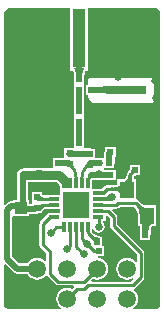
<source format=gtl>
G04*
G04 #@! TF.GenerationSoftware,Altium Limited,Altium Designer,18.1.7 (191)*
G04*
G04 Layer_Physical_Order=1*
G04 Layer_Color=2441676*
%FSLAX24Y24*%
%MOIN*%
G70*
G01*
G75*
%ADD14C,0.0100*%
%ADD15R,0.0709X0.1772*%
%ADD16R,0.0394X0.1969*%
%ADD17R,0.0200X0.0200*%
%ADD18R,0.1299X0.0315*%
%ADD19R,0.1181X0.0315*%
%ADD20R,0.0472X0.0551*%
%ADD21R,0.0118X0.0354*%
%ADD22R,0.0354X0.0118*%
%ADD23R,0.0394X0.0394*%
%ADD24R,0.0197X0.0197*%
%ADD25R,0.0197X0.0197*%
%ADD42C,0.0300*%
%ADD43C,0.0200*%
%ADD44C,0.0591*%
%ADD45R,0.0591X0.0591*%
%ADD46R,0.0900X0.0900*%
%ADD47C,0.0250*%
%ADD48C,0.0200*%
%ADD49C,0.0276*%
%ADD50C,0.0300*%
G36*
X2777Y8146D02*
X2761Y8134D01*
X2747Y8115D01*
X2734Y8089D01*
X2724Y8054D01*
X2715Y8012D01*
X2709Y7963D01*
X2701Y7841D01*
X2700Y7768D01*
X2500D01*
X2499Y7841D01*
X2485Y8012D01*
X2476Y8054D01*
X2466Y8089D01*
X2453Y8115D01*
X2439Y8134D01*
X2423Y8146D01*
X2404Y8150D01*
X2796D01*
X2777Y8146D01*
D02*
G37*
G36*
X1934Y4258D02*
X1941Y4247D01*
X1942Y4239D01*
X1935Y4232D01*
X1971Y4217D01*
Y4084D01*
X1964D01*
Y3897D01*
X1502D01*
Y3890D01*
X1404D01*
X1353Y3900D01*
Y3994D01*
X1016D01*
Y3658D01*
X1016Y3658D01*
X1016Y3608D01*
X929D01*
Y3737D01*
X884D01*
Y4355D01*
X1837D01*
X1934Y4258D01*
D02*
G37*
G36*
X300Y10145D02*
X2298D01*
Y8054D01*
X2402D01*
X2407Y8037D01*
X2414Y8002D01*
X2427Y7850D01*
Y7768D01*
X2432Y7744D01*
Y7638D01*
X2430Y7588D01*
X2430Y7551D01*
Y7435D01*
X2427Y7419D01*
Y7050D01*
Y6700D01*
X2432Y6675D01*
X2432Y6532D01*
X2432Y6482D01*
Y6375D01*
X2427Y6350D01*
Y6000D01*
Y5634D01*
X2432Y5610D01*
X2432Y5466D01*
X2384Y5460D01*
X2109D01*
Y5380D01*
X2090Y5351D01*
X2077Y5284D01*
X2090Y5218D01*
X2091Y5216D01*
X2077Y5157D01*
X2068Y5153D01*
X1732D01*
Y4816D01*
X1687Y4804D01*
X748D01*
X662Y4787D01*
X590Y4738D01*
X541Y4665D01*
X524Y4579D01*
X538Y4510D01*
Y3737D01*
X396D01*
Y3696D01*
X323D01*
X257Y3683D01*
X201Y3646D01*
X138Y3583D01*
X91Y3602D01*
Y9886D01*
X91Y9887D01*
X91Y9936D01*
X100Y9983D01*
X107Y10016D01*
X152Y10084D01*
X220Y10130D01*
X298Y10145D01*
X300Y10145D01*
D02*
G37*
G36*
X3628Y3134D02*
Y2874D01*
X3637Y2827D01*
X3663Y2787D01*
X4528Y1923D01*
Y1705D01*
X4478Y1688D01*
X4461Y1711D01*
X4384Y1769D01*
X4295Y1806D01*
X4200Y1818D01*
X4105Y1806D01*
X4016Y1769D01*
X3939Y1711D01*
X3881Y1634D01*
X3844Y1545D01*
X3832Y1450D01*
X3844Y1355D01*
X3881Y1266D01*
X3939Y1189D01*
X4016Y1131D01*
X4105Y1094D01*
X4200Y1082D01*
X4295Y1094D01*
X4384Y1131D01*
X4409Y1090D01*
X4342Y1022D01*
X3011D01*
X2992Y1069D01*
X3043Y1120D01*
X3105Y1094D01*
X3200Y1082D01*
X3295Y1094D01*
X3384Y1131D01*
X3461Y1189D01*
X3519Y1266D01*
X3556Y1355D01*
X3568Y1450D01*
X3556Y1545D01*
X3519Y1634D01*
X3461Y1711D01*
X3384Y1769D01*
X3295Y1806D01*
X3220Y1816D01*
X3223Y1866D01*
X3418D01*
Y2203D01*
X3361D01*
Y2413D01*
X3365Y2433D01*
X3361Y2452D01*
Y2503D01*
X3340D01*
X3329Y2519D01*
X3289Y2546D01*
X3243Y2555D01*
Y2555D01*
X3241Y2553D01*
X3151Y2571D01*
X3082Y2617D01*
X3038Y2661D01*
X3039Y2662D01*
X3025Y2684D01*
X3020Y2709D01*
X3019D01*
X3016Y2720D01*
Y2768D01*
X3066Y2774D01*
X3109Y2709D01*
X3174Y2666D01*
X3250Y2651D01*
X3326Y2666D01*
X3391Y2709D01*
X3434Y2774D01*
X3449Y2850D01*
X3434Y2926D01*
X3391Y2991D01*
X3379Y2998D01*
X3381Y3048D01*
X3485D01*
Y3206D01*
X3535Y3226D01*
X3628Y3134D01*
D02*
G37*
G36*
X5100Y10145D02*
D01*
X5149Y10136D01*
X5180Y10130D01*
X5248Y10084D01*
X5293Y10016D01*
X5309Y9938D01*
X5309Y9936D01*
Y350D01*
X5309Y349D01*
X5309Y300D01*
X5300Y254D01*
X5293Y220D01*
X5248Y152D01*
X5180Y107D01*
X5102Y91D01*
X5100Y91D01*
X4415D01*
X4398Y141D01*
X4461Y189D01*
X4519Y266D01*
X4556Y355D01*
X4568Y450D01*
X4556Y545D01*
X4519Y634D01*
X4461Y711D01*
X4430Y734D01*
X4439Y787D01*
X4479Y813D01*
X4737Y1071D01*
X4763Y1111D01*
X4772Y1157D01*
Y1974D01*
X4763Y2020D01*
X4737Y2060D01*
X3872Y2924D01*
Y3184D01*
X3863Y3231D01*
X3837Y3271D01*
X3705Y3402D01*
X3724Y3449D01*
X3833D01*
X3879Y3458D01*
X3919Y3484D01*
X3947Y3512D01*
X4443D01*
X4489Y3453D01*
X4533Y3346D01*
X4544Y3264D01*
Y2873D01*
X4634D01*
Y2584D01*
X4639Y2560D01*
Y2416D01*
X4783D01*
X4807Y2411D01*
X4832Y2416D01*
X4976D01*
Y2560D01*
X4981Y2584D01*
Y2716D01*
X4991Y2791D01*
X5023Y2869D01*
X5026Y2873D01*
X5156D01*
Y3564D01*
X4761D01*
X4709Y3598D01*
X4598Y3709D01*
X4592Y3717D01*
X4591Y3716D01*
X4591Y3716D01*
X4587Y3721D01*
X4547Y3747D01*
X4500Y3757D01*
X4487D01*
Y4430D01*
X4422D01*
Y4511D01*
X4443Y4553D01*
X4449Y4555D01*
X4494Y4566D01*
X4618D01*
Y4903D01*
X4282D01*
Y4779D01*
X4271Y4733D01*
X4268Y4727D01*
X4269Y4726D01*
X4213Y4671D01*
X4187Y4631D01*
X4178Y4584D01*
Y4575D01*
X4161Y4493D01*
X4119Y4430D01*
X3874D01*
Y4258D01*
X3846Y4246D01*
X3776Y4237D01*
Y4237D01*
X3704D01*
X3697Y4237D01*
Y4237D01*
X3534D01*
X3487Y4227D01*
X3448Y4201D01*
X3343Y4096D01*
X3337Y4094D01*
X3016D01*
Y4403D01*
X3643D01*
X3667Y4408D01*
X3811D01*
Y4552D01*
X3816Y4577D01*
X3811Y4601D01*
Y4745D01*
X3667D01*
X3643Y4750D01*
X3422D01*
X3413Y4763D01*
X3414Y4767D01*
X3435Y4801D01*
X3442Y4808D01*
X3583D01*
X3607Y4803D01*
X3632Y4808D01*
X3776D01*
Y4952D01*
X3781Y4977D01*
Y5158D01*
X3811D01*
Y5302D01*
X3816Y5327D01*
X3811Y5351D01*
Y5495D01*
X3667D01*
X3643Y5500D01*
X3618Y5495D01*
X3474D01*
Y5398D01*
X3447Y5358D01*
X3434Y5292D01*
Y5192D01*
X3426Y5145D01*
X3317D01*
X3293Y5150D01*
X3268Y5145D01*
X3118D01*
Y5260D01*
X3123Y5284D01*
X3118Y5309D01*
Y5439D01*
X3024D01*
X3016Y5444D01*
X2950Y5458D01*
X2815D01*
X2768Y5466D01*
X2768Y5508D01*
Y5610D01*
X2773Y5634D01*
Y6000D01*
Y6350D01*
X2768Y6375D01*
X2768Y6518D01*
X2768Y6568D01*
Y6675D01*
X2773Y6700D01*
Y7050D01*
Y7419D01*
X2770Y7435D01*
X2770Y7588D01*
X2768Y7638D01*
Y7744D01*
X2773Y7768D01*
Y7855D01*
X2780Y7956D01*
X2786Y8000D01*
X2793Y8037D01*
X2798Y8054D01*
X2898D01*
Y10145D01*
X5051D01*
X5100Y10145D01*
D02*
G37*
G36*
X1502Y3442D02*
X1964D01*
Y3306D01*
X1502D01*
Y3225D01*
X1333Y3056D01*
X1323Y3042D01*
X1308Y3027D01*
X1282Y2987D01*
X1273Y2940D01*
Y2255D01*
X1282Y2208D01*
X1308Y2168D01*
X1503Y1974D01*
Y1729D01*
X1453Y1716D01*
X1384Y1769D01*
X1295Y1806D01*
X1200Y1818D01*
X1105Y1806D01*
X1016Y1769D01*
X939Y1711D01*
X881Y1634D01*
X876Y1623D01*
X607D01*
X373Y1857D01*
Y3163D01*
X396Y3204D01*
X929D01*
Y3261D01*
X1143D01*
X1209Y3274D01*
X1246Y3299D01*
X1360D01*
Y3371D01*
X1437Y3449D01*
X1502D01*
Y3442D01*
D02*
G37*
G36*
X413Y1327D02*
X469Y1290D01*
X536Y1277D01*
X876D01*
X881Y1266D01*
X939Y1189D01*
X1016Y1131D01*
X1105Y1094D01*
X1200Y1082D01*
X1295Y1094D01*
X1384Y1131D01*
X1461Y1189D01*
X1474Y1207D01*
X1535Y1205D01*
X1539Y1199D01*
X1812Y926D01*
X1852Y899D01*
X1899Y890D01*
X2396D01*
X2417Y840D01*
X2357Y780D01*
X2295Y806D01*
X2200Y818D01*
X2105Y806D01*
X2016Y769D01*
X1939Y711D01*
X1881Y634D01*
X1844Y545D01*
X1832Y450D01*
X1844Y355D01*
X1881Y266D01*
X1939Y189D01*
X2002Y141D01*
X1985Y91D01*
X350D01*
X349Y91D01*
X300Y91D01*
X254Y100D01*
X220Y107D01*
X152Y152D01*
X107Y220D01*
X91Y298D01*
X91Y300D01*
Y1584D01*
X138Y1603D01*
X413Y1327D01*
D02*
G37*
%LPC*%
G36*
X2964Y7818D02*
X2927Y7803D01*
X2899Y7775D01*
X2884Y7738D01*
Y7588D01*
X2830D01*
Y7435D01*
X2827Y7419D01*
X2830Y7402D01*
Y7248D01*
X2884D01*
Y7208D01*
X2894Y7157D01*
X2914Y7108D01*
X2943Y7065D01*
X2980Y7028D01*
X3023Y6999D01*
X3072Y6979D01*
X3123Y6969D01*
X5000D01*
X5025Y6974D01*
X5066Y7002D01*
X5094Y7044D01*
X5103Y7094D01*
X5098Y7118D01*
X5098Y7118D01*
X5098Y7657D01*
X5105Y7683D01*
X5096Y7736D01*
X5069Y7781D01*
X5026Y7812D01*
X5000Y7818D01*
X5000Y7818D01*
X2964Y7818D01*
D02*
G37*
%LPD*%
G36*
X3551Y7247D02*
X3547Y7261D01*
X3535Y7273D01*
X3515Y7284D01*
X3487Y7293D01*
X3451Y7301D01*
X3407Y7307D01*
X3295Y7316D01*
X3151Y7319D01*
Y7519D01*
X3227Y7519D01*
X3515Y7539D01*
X3535Y7545D01*
X3547Y7552D01*
X3551Y7560D01*
Y7247D01*
D02*
G37*
D14*
X863Y2884D02*
G03*
X662Y2801I0J-283D01*
G01*
Y2967D02*
G03*
X863Y2884I200J200D01*
G01*
X1249Y3434D02*
G03*
X1184Y3407I0J-91D01*
G01*
X1191Y3467D02*
G03*
X1250Y3434I59J36D01*
G01*
X1155Y3490D02*
G03*
X1387Y3571I31J281D01*
G01*
X2849Y4868D02*
G03*
X2691Y4486I382J-382D01*
G01*
X2494Y4502D02*
G03*
X2336Y4884I-540J0D01*
G01*
X2896Y2709D02*
G03*
X2952Y2575I189J0D01*
G01*
X3356Y3974D02*
G03*
X3420Y4000I0J91D01*
G01*
X1184Y3861D02*
G03*
X1409Y3768I225J225D01*
G01*
X1249Y4134D02*
G03*
X1184Y4107I0J-91D01*
G01*
Y4176D02*
G03*
X1285Y4134I101J101D01*
G01*
X1249D02*
G03*
X1184Y4107I0J-91D01*
G01*
X1191Y4167D02*
G03*
X1250Y4134I59J36D01*
G01*
X2867Y4887D02*
G03*
X2902Y4969I-83J83D01*
G01*
X2950Y4921D02*
G03*
X2867Y4887I0J-117D01*
G01*
X1067Y3044D02*
G03*
X1102Y3127I-83J83D01*
G01*
X1150Y3078D02*
G03*
X1067Y3044I0J-117D01*
G01*
X1267Y3127D02*
G03*
X1184Y3093I0J-117D01*
G01*
Y3161D02*
G03*
X1267Y3127I83J83D01*
G01*
X1150Y3175D02*
G03*
X1453Y3301I0J429D01*
G01*
X1150Y3075D02*
G03*
X1282Y3130I0J187D01*
G01*
X4360Y4644D02*
G03*
X4394Y4727I-83J83D01*
G01*
X4443Y4678D02*
G03*
X4360Y4644I0J-117D01*
G01*
X2989Y2538D02*
G03*
X3243Y2433I253J253D01*
G01*
X4103Y4264D02*
G03*
X4300Y4584I-160J320D01*
G01*
X4148Y4175D02*
G03*
X4300Y4422I-124J247D01*
G01*
X3776Y4114D02*
G03*
X4055Y4230I0J394D01*
G01*
Y3966D02*
G03*
X3697Y4114I-357J-357D01*
G01*
X4125Y4037D02*
G03*
X3939Y4114I-186J-186D01*
G01*
X4618Y3517D02*
G03*
X4856Y3418I238J238D01*
G01*
X4669Y3232D02*
G03*
X4504Y3630I-563J0D01*
G01*
X4769Y3232D02*
G03*
X4675Y3459I-321J0D01*
G01*
X3358Y3768D02*
G03*
X3647Y3887I0J408D01*
G01*
X1250Y4134D02*
G03*
X1440Y4229I0J237D01*
G01*
X1560Y4140D02*
G03*
X1570Y4015I77J-57D01*
G01*
X3100Y2034D02*
X3243D01*
X2850Y2284D02*
X3100Y2034D01*
X1143Y3434D02*
X1250D01*
X2762Y1012D02*
X3200Y1450D01*
X1899Y1012D02*
X2762D01*
X1625Y1286D02*
X1899Y1012D01*
X550Y2884D02*
X907D01*
X3238Y3177D02*
X3250Y3165D01*
Y2850D02*
Y3165D01*
X1827Y2827D02*
X2100D01*
X1650Y2650D02*
X1827Y2827D01*
X1395Y2940D02*
X1420Y2965D01*
X1395Y2255D02*
X1625Y2025D01*
X1395Y2255D02*
Y2940D01*
X1625Y1286D02*
Y2025D01*
X1420Y2970D02*
X1627Y3177D01*
X1420Y2965D02*
Y2970D01*
X1627Y3177D02*
X1750D01*
X2905Y900D02*
X4393D01*
X2775Y770D02*
X2905Y900D01*
X2183Y2100D02*
X2297Y2214D01*
X2520Y770D02*
X2775D01*
X2200Y450D02*
X2520Y770D01*
X2297Y2214D02*
Y2827D01*
X2494Y2180D02*
Y2827D01*
Y2180D02*
X2750Y1924D01*
X2691Y2444D02*
Y2827D01*
Y2444D02*
X2850Y2284D01*
X2887Y2639D02*
Y2827D01*
Y2639D02*
X3193Y2334D01*
X4393Y900D02*
X4650Y1157D01*
Y1974D01*
X3750Y2874D02*
X4650Y1974D01*
X3750Y2874D02*
Y3184D01*
X2288Y4327D02*
Y4347D01*
X907Y2884D02*
X1150Y3127D01*
X1209Y3768D02*
X1750D01*
X1620Y3965D02*
X1750D01*
X1450Y4134D02*
X1620Y3965D01*
X1250Y4134D02*
X1450D01*
X1150Y3127D02*
X1279D01*
X1526Y3374D01*
X1750D01*
X1250Y3434D02*
X1387Y3571D01*
X1150Y3827D02*
X1209Y3768D01*
X3560Y3374D02*
X3750Y3184D01*
X3238Y3374D02*
X3560D01*
X3833Y3571D02*
X3896Y3634D01*
X4500D02*
X4806Y3329D01*
Y3185D02*
Y3329D01*
X3896Y3634D02*
X4500D01*
X3500Y3571D02*
X3833D01*
X3384Y3965D02*
X3534Y4114D01*
X3500Y3571D02*
X3584D01*
X3238D02*
X3500D01*
X3534Y4114D02*
X4199D01*
X3633Y3768D02*
X3700Y3834D01*
X3238Y3965D02*
X3384D01*
X3238Y3768D02*
X3633D01*
X4199Y4114D02*
X4300Y4215D01*
X2884Y4468D02*
X2993Y4577D01*
X2884Y4382D02*
Y4468D01*
X2849Y4868D02*
X2950Y4969D01*
X2691Y4315D02*
Y4486D01*
X2494Y4315D02*
Y4502D01*
X2250Y4969D02*
X2336Y4884D01*
X1387Y3571D02*
X1750D01*
X4300Y4215D02*
Y4584D01*
X4443Y4727D01*
D15*
X3860Y9231D02*
D03*
X1340D02*
D03*
D16*
X2600Y9133D02*
D03*
D17*
X3000Y7419D02*
D03*
X2600D02*
D03*
D18*
X4357Y6774D02*
D03*
X4199Y7404D02*
D03*
D19*
X4357Y8033D02*
D03*
D20*
X4850Y3218D02*
D03*
X4181D02*
D03*
Y4084D02*
D03*
X4850D02*
D03*
D21*
X2100Y4315D02*
D03*
X2297D02*
D03*
X2887D02*
D03*
X2691Y2827D02*
D03*
X2494D02*
D03*
X2100D02*
D03*
X2297D02*
D03*
X2887D02*
D03*
X2691Y4315D02*
D03*
X2494D02*
D03*
D22*
X3238Y3768D02*
D03*
X1750Y3571D02*
D03*
X3238Y3177D02*
D03*
X1750Y3965D02*
D03*
Y3374D02*
D03*
X3238Y3571D02*
D03*
Y3374D02*
D03*
Y3965D02*
D03*
X1750Y3768D02*
D03*
Y3177D02*
D03*
D23*
X662Y3471D02*
D03*
Y2801D02*
D03*
D24*
X1184Y3826D02*
D03*
Y4176D02*
D03*
X2600Y6350D02*
D03*
Y6700D02*
D03*
Y5634D02*
D03*
Y5284D02*
D03*
X2278Y5291D02*
D03*
Y4941D02*
D03*
X1250Y4984D02*
D03*
Y4634D02*
D03*
X1191Y3467D02*
D03*
Y3117D02*
D03*
X2950Y4921D02*
D03*
Y5271D02*
D03*
X2600Y7768D02*
D03*
Y7419D02*
D03*
D25*
X3257Y4977D02*
D03*
X3607D02*
D03*
X4800Y4734D02*
D03*
X4450D02*
D03*
X4807Y2584D02*
D03*
X4457D02*
D03*
X3643Y4577D02*
D03*
X3993D02*
D03*
X3600Y2034D02*
D03*
X3250D02*
D03*
X3643Y5327D02*
D03*
X3993D02*
D03*
X3193Y2334D02*
D03*
X3543D02*
D03*
X2600Y7050D02*
D03*
X2250D02*
D03*
Y6000D02*
D03*
X2600D02*
D03*
X1550Y4984D02*
D03*
X1900D02*
D03*
D42*
X2106Y4403D02*
G03*
X2100Y4406I-6J-6D01*
G01*
X748Y4579D02*
X1930D01*
X2195Y4315D01*
D43*
X4952Y3057D02*
G03*
X4807Y2708I349J-349D01*
G01*
X4184Y7419D02*
X4199Y7404D01*
X3000Y7419D02*
X4184D01*
X2600Y7768D02*
Y9034D01*
Y7050D02*
Y7419D01*
Y6700D02*
Y7050D01*
Y6000D02*
Y6350D01*
Y5634D02*
Y6000D01*
X200Y1786D02*
Y3400D01*
Y1786D02*
X536Y1450D01*
X200Y3400D02*
X323Y3523D01*
X711D01*
X2993Y4577D02*
X3643D01*
X536Y1450D02*
X1200D01*
X800Y3434D02*
X1143D01*
X4807Y3144D02*
X4856Y3193D01*
X4807Y2584D02*
Y3144D01*
X711Y3523D02*
Y4606D01*
X2250Y5284D02*
X2950D01*
X3607Y5292D02*
X3643Y5327D01*
X3607Y4977D02*
Y5292D01*
X3285Y4969D02*
X3293Y4977D01*
X2950Y4969D02*
X3285D01*
X1915D02*
X2250D01*
X1907Y4977D02*
X1915Y4969D01*
D44*
X4200Y1450D02*
D03*
Y450D02*
D03*
X3200Y1450D02*
D03*
Y450D02*
D03*
X2200Y1450D02*
D03*
Y450D02*
D03*
X1200Y1450D02*
D03*
D45*
Y450D02*
D03*
D46*
X2486Y3561D02*
D03*
D47*
X4300Y2750D02*
D03*
X450Y4969D02*
D03*
X5105Y500D02*
D03*
X5069Y1300D02*
D03*
X5080Y2000D02*
D03*
X300Y350D02*
D03*
X650Y2025D02*
D03*
X3800Y2334D02*
D03*
X3250Y2850D02*
D03*
X1650Y2650D02*
D03*
X2183Y2100D02*
D03*
X2750Y1924D02*
D03*
X450Y950D02*
D03*
X3896Y7850D02*
D03*
X3910Y9200D02*
D03*
X1400Y8600D02*
D03*
Y9200D02*
D03*
X2000Y7950D02*
D03*
X5150Y6084D02*
D03*
X5166Y7134D02*
D03*
X3300Y5594D02*
D03*
X2000Y5650D02*
D03*
X3250Y4606D02*
D03*
X1500Y4184D02*
D03*
X1950Y6000D02*
D03*
X2150Y6500D02*
D03*
X350Y4034D02*
D03*
X700Y5550D02*
D03*
X5105Y8600D02*
D03*
X4600Y9234D02*
D03*
X600D02*
D03*
X5150Y6550D02*
D03*
X3910Y8484D02*
D03*
X600D02*
D03*
Y7734D02*
D03*
X4600Y6400D02*
D03*
X3356Y8054D02*
D03*
X1915Y6850D02*
D03*
X3700Y5950D02*
D03*
X3250Y6750D02*
D03*
X3800Y6440D02*
D03*
X600Y6234D02*
D03*
Y6984D02*
D03*
X2100Y7450D02*
D03*
X1350Y6234D02*
D03*
X1400Y5334D02*
D03*
X1050Y2400D02*
D03*
X4050Y4934D02*
D03*
X5100Y4634D02*
D03*
X2850Y2284D02*
D03*
X3700Y3834D02*
D03*
D48*
X3050Y6500D02*
D03*
X2950Y5850D02*
D03*
Y6200D02*
D03*
Y6850D02*
D03*
X3050Y8000D02*
D03*
X1360Y9800D02*
D03*
X3860D02*
D03*
X3238Y8450D02*
D03*
X3174Y8950D02*
D03*
X3238Y9450D02*
D03*
X3193Y9900D02*
D03*
X1985Y8550D02*
D03*
X2000Y9034D02*
D03*
X1971Y9500D02*
D03*
X1985Y9936D02*
D03*
X5066Y9800D02*
D03*
X4500Y9900D02*
D03*
X607Y9800D02*
D03*
X261Y9886D02*
D03*
X4450Y5650D02*
D03*
X3255Y4254D02*
D03*
X4100Y2028D02*
D03*
X4784Y250D02*
D03*
X5166Y900D02*
D03*
X5050Y1629D02*
D03*
X5146Y2350D02*
D03*
X5166Y2715D02*
D03*
X5146Y3727D02*
D03*
Y4200D02*
D03*
X5082Y5050D02*
D03*
X5100Y5601D02*
D03*
X5105Y7700D02*
D03*
X5146Y8139D02*
D03*
Y9150D02*
D03*
X1209Y6834D02*
D03*
X947Y6450D02*
D03*
X1550Y7350D02*
D03*
X1395Y8100D02*
D03*
X1100Y7550D02*
D03*
X950Y9200D02*
D03*
X250Y9204D02*
D03*
Y8800D02*
D03*
X261Y8091D02*
D03*
X300Y7350D02*
D03*
X250Y6600D02*
D03*
Y5935D02*
D03*
X261Y5400D02*
D03*
X300Y4422D02*
D03*
D49*
X2183Y3258D02*
D03*
X2796Y3881D02*
D03*
X2806Y3261D02*
D03*
X2186Y3881D02*
D03*
D50*
X1850Y4589D02*
D03*
M02*

</source>
